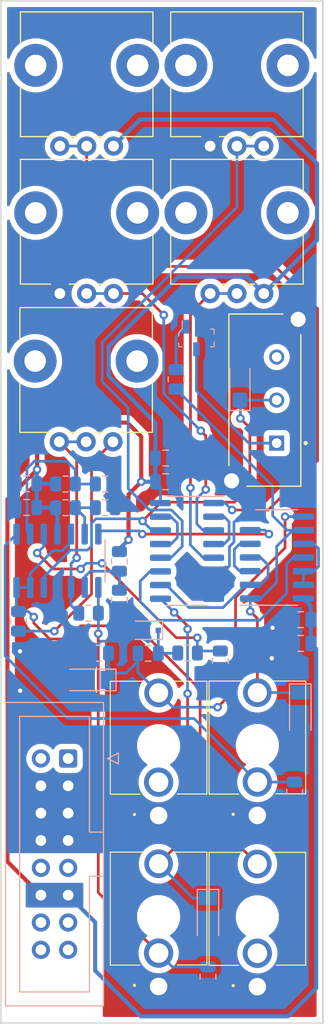
<source format=kicad_pcb>
(kicad_pcb (version 20171130) (host pcbnew 5.1.10-1.fc34)
  (layers (0 F.Cu signal) (31 B.Cu signal) (34 B.Paste user) (35 F.Paste user) (36 B.SilkS user) (37 F.SilkS user) (38 B.Mask user) (39 F.Mask user) (44 Edge.Cuts user))
  (net 0 "")
  (net 1 +5V)
  (net 2 GND)
  (net 3 "Net-(C7-Pad1)")
  (net 4 "Net-(C8-Pad1)")
  (net 5 GATE)
  (net 6 TRIG)
  (net 7 UP_DOWN)
  (net 8 "Net-(J1-Pad1)")
  (net 9 "Net-(J1-Pad9)")
  (net 10 "Net-(J1-Pad13)")
  (net 11 "Net-(J1-Pad15)")
  (net 12 "Net-(J1-Pad2)")
  (net 13 "Net-(J1-Pad10)")
  (net 14 "Net-(J1-Pad14)")
  (net 15 "Net-(J1-Pad16)")
  (net 16 "Net-(J2-Pad2)")
  (net 17 BUFF)
  (net 18 "Net-(J3-Pad2)")
  (net 19 "Net-(J4-Pad2)")
  (net 20 "Net-(J5-Pad2)")
  (net 21 "Net-(Q1-Pad3)")
  (net 22 "Net-(Q1-Pad1)")
  (net 23 "Net-(R1-Pad2)")
  (net 24 "Net-(R5-Pad1)")
  (net 25 "Net-(R7-Pad1)")
  (net 26 "Net-(R10-Pad2)")
  (net 27 "Net-(R11-Pad2)")
  (net 28 "Net-(R12-Pad2)")
  (net 29 "Net-(RV1-Pad1)")
  (net 30 "Net-(RV2-Pad1)")
  (net 31 "Net-(RV4-Pad2)")
  (net 32 "Net-(RV5-Pad2)")
  (net 33 "Net-(S1-Pad3)")
  (net 34 "Net-(U1-Pad7)")
  (net 35 "Net-(U2-Pad10)")
  (net 36 "Net-(U2-Pad11)")
  (net 37 "Net-(U2-Pad3)")
  (net 38 ATT_SUS)
  (net 39 "Net-(U3-Pad2)")
  (net 40 "Net-(U3-Pad13)")
  (module Capacitor_SMD:C_0805_2012Metric (layer B.Cu) (at 22.4 67.075 180)
    (fp_text reference C1)
    (fp_text value 0.1uF)
    (pad 1 smd roundrect (at -0.95 0 180) (size 1 1.45) (layers B.Cu B.Paste B.Mask) (net 1 +5V))
    (pad 2 smd roundrect (at 0.95 0 180) (size 1 1.45) (layers B.Cu B.Paste B.Mask) (net 2 GND))
  )
  (module Capacitor_SMD:C_0805_2012Metric (layer B.Cu) (at 35.35 64.685)
    (fp_text reference C2)
    (fp_text value 0.1uF)
    (pad 2 smd roundrect (at 0.95 0) (size 1 1.45) (layers B.Cu B.Paste B.Mask) (net 2 GND))
    (pad 1 smd roundrect (at -0.95 0) (size 1 1.45) (layers B.Cu B.Paste B.Mask) (net 1 +5V))
  )
  (module Capacitor_SMD:C_0805_2012Metric (layer B.Cu) (at 47.93 77.505 180)
    (fp_text reference C3)
    (fp_text value 0.1uF)
    (pad 2 smd roundrect (at 0.95 0 180) (size 1 1.45) (layers B.Cu B.Paste B.Mask) (net 2 GND))
    (pad 1 smd roundrect (at -0.95 0 180) (size 1 1.45) (layers B.Cu B.Paste B.Mask) (net 1 +5V))
  )
  (module Capacitor_SMD:C_0805_2012Metric (layer B.Cu) (at 22.4 64.875 180)
    (fp_text reference C4)
    (fp_text value 1uF)
    (pad 1 smd roundrect (at -0.95 0 180) (size 1 1.45) (layers B.Cu B.Paste B.Mask) (net 1 +5V))
    (pad 2 smd roundrect (at 0.95 0 180) (size 1 1.45) (layers B.Cu B.Paste B.Mask) (net 2 GND))
  )
  (module Capacitor_SMD:C_0805_2012Metric (layer B.Cu) (at 35.35 62.485)
    (fp_text reference C5)
    (fp_text value 1uF)
    (pad 2 smd roundrect (at 0.95 0) (size 1 1.45) (layers B.Cu B.Paste B.Mask) (net 2 GND))
    (pad 1 smd roundrect (at -0.95 0) (size 1 1.45) (layers B.Cu B.Paste B.Mask) (net 1 +5V))
  )
  (module Capacitor_SMD:C_0805_2012Metric (layer B.Cu) (at 47.93 79.705 180)
    (fp_text reference C6)
    (fp_text value 1uF)
    (pad 1 smd roundrect (at -0.95 0 180) (size 1 1.45) (layers B.Cu B.Paste B.Mask) (net 1 +5V))
    (pad 2 smd roundrect (at 0.95 0 180) (size 1 1.45) (layers B.Cu B.Paste B.Mask) (net 2 GND))
  )
  (module Capacitor_Tantalum_SMD:CP_EIA-3216-10_Kemet-I (layer B.Cu) (at 42.275 55.75 90)
    (fp_text reference C7)
    (fp_text value 10u)
    (pad 1 smd roundrect (at -1.35 0 90) (size 1.4 1.35) (layers B.Cu B.Paste B.Mask) (roundrect_rratio 0.185185) (net 3 "Net-(C7-Pad1)"))
    (pad 2 smd roundrect (at 1.35 0 90) (size 1.4 1.35) (layers B.Cu B.Paste B.Mask) (roundrect_rratio 0.185185) (net 2 GND))
  )
  (module Capacitor_SMD:C_0805_2012Metric (layer B.Cu) (at 33.725 80.625 180)
    (fp_text reference C8)
    (fp_text value 10n)
    (pad 1 smd roundrect (at -0.95 0 180) (size 1 1.45) (layers B.Cu B.Paste B.Mask) (net 4 "Net-(C8-Pad1)"))
    (pad 2 smd roundrect (at 0.95 0 180) (size 1 1.45) (layers B.Cu B.Paste B.Mask) (net 5 GATE))
  )
  (module Diode_SMD:D_SOD-323F (layer B.Cu) (at 33.57 78.49 180)
    (fp_text reference D1)
    (fp_text value 1N4148)
    (pad 1 smd rect (at -1.1 0 180) (size 0.5 0.5) (layers B.Cu B.Paste B.Mask) (net 4 "Net-(C8-Pad1)"))
    (pad 2 smd rect (at 1.1 0 180) (size 0.5 0.5) (layers B.Cu B.Paste B.Mask) (net 2 GND))
  )
  (module Diode_SMD:D_MiniMELF (layer B.Cu) (at 28.18 83.1 180)
    (fp_text reference D2)
    (fp_text value ZMM5V6)
    (pad 1 smd rect (at -1.75 0 180) (size 1.3 1.7) (layers B.Cu B.Paste B.Mask) (net 5 GATE))
    (pad 2 smd rect (at 1.75 0 180) (size 1.3 1.7) (layers B.Cu B.Paste B.Mask) (net 2 GND))
  )
  (module Diode_SMD:D_MiniMELF (layer B.Cu) (at 47.9 86.025 270)
    (fp_text reference D3)
    (fp_text value ZMM5V6)
    (pad 2 smd rect (at 1.75 0 270) (size 1.3 1.7) (layers B.Cu B.Paste B.Mask) (net 2 GND))
    (pad 1 smd rect (at -1.75 0 270) (size 1.3 1.7) (layers B.Cu B.Paste B.Mask) (net 6 TRIG))
  )
  (module Diode_SMD:D_MiniMELF (layer B.Cu) (at 39.3 105.125 270)
    (fp_text reference D4)
    (fp_text value ZMM5V6)
    (pad 1 smd rect (at -1.75 0 270) (size 1.3 1.7) (layers B.Cu B.Paste B.Mask) (net 7 UP_DOWN))
    (pad 2 smd rect (at 1.75 0 270) (size 1.3 1.7) (layers B.Cu B.Paste B.Mask) (net 2 GND))
  )
  (module Connector_IDC:IDC-Header_2x08_P2.54mm_Vertical (layer B.Cu) (at 26.275 90.4 180)
    (fp_text reference J1)
    (fp_text value PWR_Conn)
    (pad 1 thru_hole roundrect (at 0 0 180) (size 1.7 1.7) (drill 1) (layers *.Cu *.Mask) (roundrect_rratio 0.147059) (net 8 "Net-(J1-Pad1)"))
    (pad 3 thru_hole circle (at 0 -2.54 180) (size 1.7 1.7) (drill 1) (layers *.Cu *.Mask) (net 2 GND))
    (pad 5 thru_hole circle (at 0 -5.08 180) (size 1.7 1.7) (drill 1) (layers *.Cu *.Mask) (net 2 GND))
    (pad 7 thru_hole circle (at 0 -7.62 180) (size 1.7 1.7) (drill 1) (layers *.Cu *.Mask) (net 2 GND))
    (pad 9 thru_hole circle (at 0 -10.16 180) (size 1.7 1.7) (drill 1) (layers *.Cu *.Mask) (net 9 "Net-(J1-Pad9)"))
    (pad 11 thru_hole circle (at 0 -12.7 180) (size 1.7 1.7) (drill 1) (layers *.Cu *.Mask) (net 1 +5V))
    (pad 13 thru_hole circle (at 0 -15.24 180) (size 1.7 1.7) (drill 1) (layers *.Cu *.Mask) (net 10 "Net-(J1-Pad13)"))
    (pad 15 thru_hole circle (at 0 -17.78 180) (size 1.7 1.7) (drill 1) (layers *.Cu *.Mask) (net 11 "Net-(J1-Pad15)"))
    (pad 2 thru_hole circle (at 2.54 0 180) (size 1.7 1.7) (drill 1) (layers *.Cu *.Mask) (net 12 "Net-(J1-Pad2)"))
    (pad 4 thru_hole circle (at 2.54 -2.54 180) (size 1.7 1.7) (drill 1) (layers *.Cu *.Mask) (net 2 GND))
    (pad 6 thru_hole circle (at 2.54 -5.08 180) (size 1.7 1.7) (drill 1) (layers *.Cu *.Mask) (net 2 GND))
    (pad 8 thru_hole circle (at 2.54 -7.62 180) (size 1.7 1.7) (drill 1) (layers *.Cu *.Mask) (net 2 GND))
    (pad 10 thru_hole circle (at 2.54 -10.16 180) (size 1.7 1.7) (drill 1) (layers *.Cu *.Mask) (net 13 "Net-(J1-Pad10)"))
    (pad 12 thru_hole circle (at 2.54 -12.7 180) (size 1.7 1.7) (drill 1) (layers *.Cu *.Mask) (net 1 +5V))
    (pad 14 thru_hole circle (at 2.54 -15.24 180) (size 1.7 1.7) (drill 1) (layers *.Cu *.Mask) (net 14 "Net-(J1-Pad14)"))
    (pad 16 thru_hole circle (at 2.54 -17.78 180) (size 1.7 1.7) (drill 1) (layers *.Cu *.Mask) (net 15 "Net-(J1-Pad16)"))
  )
  (module PJ301M:PJ301M (layer F.Cu) (at 34.7 95.7)
    (fp_text reference J2)
    (fp_text value PJ-301M hide)
    (pad 1 thru_hole circle (at 0 0) (size 2.445 2.445) (drill 1.63) (layers *.Cu *.Mask) (net 2 GND))
    (pad 2 thru_hole circle (at 0 -3.1) (size 2.73 2.73) (drill 1.82) (layers *.Cu *.Mask) (net 16 "Net-(J2-Pad2)"))
    (pad 3 thru_hole circle (at 0 -11.4) (size 2.67 2.67) (drill 1.78) (layers *.Cu *.Mask) (net 5 GATE))
    (pad "" np_thru_hole circle (at 0 -6.48) (size 3 3) (drill 3) (layers *.Cu *.Mask F.SilkS))
  )
  (module PJ301M:PJ301M (layer F.Cu) (at 43.9 111.6)
    (fp_text reference J3)
    (fp_text value PJ-301M hide)
    (pad "" np_thru_hole circle (at 0 -6.48) (size 3 3) (drill 3) (layers *.Cu *.Mask F.SilkS))
    (pad 3 thru_hole circle (at 0 -11.4) (size 2.67 2.67) (drill 1.78) (layers *.Cu *.Mask) (net 17 BUFF))
    (pad 2 thru_hole circle (at 0 -3.1) (size 2.73 2.73) (drill 1.82) (layers *.Cu *.Mask) (net 18 "Net-(J3-Pad2)"))
    (pad 1 thru_hole circle (at 0 0) (size 2.445 2.445) (drill 1.63) (layers *.Cu *.Mask) (net 2 GND))
  )
  (module PJ301M:PJ301M (layer F.Cu) (at 43.9 95.685001)
    (fp_text reference J4)
    (fp_text value PJ-301M hide)
    (pad "" np_thru_hole circle (at 0 -6.48) (size 3 3) (drill 3) (layers *.Cu *.Mask F.SilkS))
    (pad 3 thru_hole circle (at 0 -11.4) (size 2.67 2.67) (drill 1.78) (layers *.Cu *.Mask) (net 6 TRIG))
    (pad 2 thru_hole circle (at 0 -3.1) (size 2.73 2.73) (drill 1.82) (layers *.Cu *.Mask) (net 19 "Net-(J4-Pad2)"))
    (pad 1 thru_hole circle (at 0 0) (size 2.445 2.445) (drill 1.63) (layers *.Cu *.Mask) (net 2 GND))
  )
  (module PJ301M:PJ301M (layer F.Cu) (at 34.7 111.58)
    (fp_text reference J5)
    (fp_text value PJ-301M hide)
    (pad 1 thru_hole circle (at 0 0) (size 2.445 2.445) (drill 1.63) (layers *.Cu *.Mask) (net 2 GND))
    (pad 2 thru_hole circle (at 0 -3.1) (size 2.73 2.73) (drill 1.82) (layers *.Cu *.Mask) (net 20 "Net-(J5-Pad2)"))
    (pad 3 thru_hole circle (at 0 -11.4) (size 2.67 2.67) (drill 1.78) (layers *.Cu *.Mask) (net 7 UP_DOWN))
    (pad "" np_thru_hole circle (at 0 -6.48) (size 3 3) (drill 3) (layers *.Cu *.Mask F.SilkS))
  )
  (module SOT-23-3:SOT-23-3 (layer B.Cu) (at 38.225 51.325 270)
    (fp_text reference Q1)
    (fp_text value SS8050)
    (pad 3 smd rect (at 1.05 0 270) (size 1.3 0.6) (layers B.Cu B.Paste B.Mask) (net 21 "Net-(Q1-Pad3)"))
    (pad 2 smd rect (at -1.05 -0.95 270) (size 1.3 0.6) (layers B.Cu B.Paste B.Mask) (net 2 GND))
    (pad 1 smd rect (at -1.05 0.95 270) (size 1.3 0.6) (layers B.Cu B.Paste B.Mask) (net 22 "Net-(Q1-Pad1)"))
  )
  (module Resistor_SMD:R_0805_2012Metric (layer B.Cu) (at 26.025 67.1)
    (fp_text reference R1)
    (fp_text value 1k)
    (pad 2 smd roundrect (at 0.9125 0) (size 1.025 1.4) (layers B.Cu B.Paste B.Mask) (roundrect_rratio 0.243902) (net 23 "Net-(R1-Pad2)"))
    (pad 1 smd roundrect (at -0.9125 0) (size 1.025 1.4) (layers B.Cu B.Paste B.Mask) (roundrect_rratio 0.243902) (net 1 +5V))
  )
  (module Resistor_SMD:R_0805_2012Metric (layer B.Cu) (at 29.725 67.1)
    (fp_text reference R2)
    (fp_text value 56k)
    (pad 1 smd roundrect (at -0.9125 0) (size 1.025 1.4) (layers B.Cu B.Paste B.Mask) (roundrect_rratio 0.243902) (net 23 "Net-(R1-Pad2)"))
    (pad 2 smd roundrect (at 0.9125 0) (size 1.025 1.4) (layers B.Cu B.Paste B.Mask) (roundrect_rratio 0.243902) (net 2 GND))
  )
  (module Resistor_SMD:R_0805_2012Metric (layer B.Cu) (at 36.33 55.17 90)
    (fp_text reference R3)
    (fp_text value 10k)
    (pad 1 smd roundrect (at -0.9125 0 90) (size 1.025 1.4) (layers B.Cu B.Paste B.Mask) (roundrect_rratio 0.243902) (net 6 TRIG))
    (pad 2 smd roundrect (at 0.9125 0 90) (size 1.025 1.4) (layers B.Cu B.Paste B.Mask) (roundrect_rratio 0.243902) (net 22 "Net-(Q1-Pad1)"))
  )
  (module Resistor_SMD:R_0805_2012Metric (layer B.Cu) (at 29.125 80.625 180)
    (fp_text reference R4)
    (fp_text value 100k)
    (pad 2 smd roundrect (at 0.9125 0 180) (size 1.025 1.4) (layers B.Cu B.Paste B.Mask) (roundrect_rratio 0.243902) (net 2 GND))
    (pad 1 smd roundrect (at -0.9125 0 180) (size 1.025 1.4) (layers B.Cu B.Paste B.Mask) (roundrect_rratio 0.243902) (net 5 GATE))
  )
  (module Resistor_SMD:R_0805_2012Metric (layer B.Cu) (at 37.4 80.6 180)
    (fp_text reference R5)
    (fp_text value 47k)
    (pad 1 smd roundrect (at -0.9125 0 180) (size 1.025 1.4) (layers B.Cu B.Paste B.Mask) (roundrect_rratio 0.243902) (net 24 "Net-(R5-Pad1)"))
    (pad 2 smd roundrect (at 0.9125 0 180) (size 1.025 1.4) (layers B.Cu B.Paste B.Mask) (roundrect_rratio 0.243902) (net 4 "Net-(C8-Pad1)"))
  )
  (module Resistor_SMD:R_0805_2012Metric (layer B.Cu) (at 40.45 81.325 270)
    (fp_text reference R6)
    (fp_text value 100k)
    (pad 2 smd roundrect (at 0.9125 0 270) (size 1.025 1.4) (layers B.Cu B.Paste B.Mask) (roundrect_rratio 0.243902) (net 2 GND))
    (pad 1 smd roundrect (at -0.9125 0 270) (size 1.025 1.4) (layers B.Cu B.Paste B.Mask) (roundrect_rratio 0.243902) (net 24 "Net-(R5-Pad1)"))
  )
  (module Resistor_SMD:R_0805_2012Metric (layer B.Cu) (at 29.725 64.9)
    (fp_text reference R7)
    (fp_text value 15k)
    (pad 2 smd roundrect (at 0.9125 0) (size 1.025 1.4) (layers B.Cu B.Paste B.Mask) (roundrect_rratio 0.243902) (net 2 GND))
    (pad 1 smd roundrect (at -0.9125 0) (size 1.025 1.4) (layers B.Cu B.Paste B.Mask) (roundrect_rratio 0.243902) (net 25 "Net-(R7-Pad1)"))
  )
  (module Resistor_SMD:R_0805_2012Metric (layer B.Cu) (at 26.025 64.9)
    (fp_text reference R8)
    (fp_text value 100k)
    (pad 1 smd roundrect (at -0.9125 0) (size 1.025 1.4) (layers B.Cu B.Paste B.Mask) (roundrect_rratio 0.243902) (net 1 +5V))
    (pad 2 smd roundrect (at 0.9125 0) (size 1.025 1.4) (layers B.Cu B.Paste B.Mask) (roundrect_rratio 0.243902) (net 25 "Net-(R7-Pad1)"))
  )
  (module Resistor_SMD:R_0805_2012Metric (layer B.Cu) (at 47.37 93.5 270)
    (fp_text reference R9)
    (fp_text value 100k)
    (pad 1 smd roundrect (at -0.9125 0 270) (size 1.025 1.4) (layers B.Cu B.Paste B.Mask) (roundrect_rratio 0.243902) (net 19 "Net-(J4-Pad2)"))
    (pad 2 smd roundrect (at 0.9125 0 270) (size 1.025 1.4) (layers B.Cu B.Paste B.Mask) (roundrect_rratio 0.243902) (net 2 GND))
  )
  (module Resistor_SMD:R_0805_2012Metric (layer B.Cu) (at 21.65 77.65 270)
    (fp_text reference R10)
    (fp_text value 1k)
    (pad 2 smd roundrect (at 0.9125 0 270) (size 1.025 1.4) (layers B.Cu B.Paste B.Mask) (roundrect_rratio 0.243902) (net 26 "Net-(R10-Pad2)"))
    (pad 1 smd roundrect (at -0.9125 0 270) (size 1.025 1.4) (layers B.Cu B.Paste B.Mask) (roundrect_rratio 0.243902) (net 17 BUFF))
  )
  (module Resistor_SMD:R_0805_2012Metric (layer B.Cu) (at 31.05 72.0875 270)
    (fp_text reference R11)
    (fp_text value 56k)
    (pad 1 smd roundrect (at -0.9125 0 270) (size 1.025 1.4) (layers B.Cu B.Paste B.Mask) (roundrect_rratio 0.243902) (net 1 +5V))
    (pad 2 smd roundrect (at 0.9125 0 270) (size 1.025 1.4) (layers B.Cu B.Paste B.Mask) (roundrect_rratio 0.243902) (net 27 "Net-(R11-Pad2)"))
  )
  (module Resistor_SMD:R_0805_2012Metric (layer B.Cu) (at 28.175 76.9 180)
    (fp_text reference R12)
    (fp_text value 12k)
    (pad 2 smd roundrect (at 0.9125 0 180) (size 1.025 1.4) (layers B.Cu B.Paste B.Mask) (roundrect_rratio 0.243902) (net 28 "Net-(R12-Pad2)"))
    (pad 1 smd roundrect (at -0.9125 0 180) (size 1.025 1.4) (layers B.Cu B.Paste B.Mask) (roundrect_rratio 0.243902) (net 20 "Net-(J5-Pad2)"))
  )
  (module Resistor_SMD:R_0805_2012Metric (layer B.Cu) (at 31.05 75.675 270)
    (fp_text reference R13)
    (fp_text value 56k)
    (pad 2 smd roundrect (at 0.9125 0 270) (size 1.025 1.4) (layers B.Cu B.Paste B.Mask) (roundrect_rratio 0.243902) (net 2 GND))
    (pad 1 smd roundrect (at -0.9125 0 270) (size 1.025 1.4) (layers B.Cu B.Paste B.Mask) (roundrect_rratio 0.243902) (net 27 "Net-(R11-Pad2)"))
  )
  (module Resistor_SMD:R_0805_2012Metric (layer B.Cu) (at 39.3 110.675 270)
    (fp_text reference R14)
    (fp_text value 100K)
    (pad 1 smd roundrect (at -0.9125 0 270) (size 1.025 1.4) (layers B.Cu B.Paste B.Mask) (roundrect_rratio 0.243902) (net 20 "Net-(J5-Pad2)"))
    (pad 2 smd roundrect (at 0.9125 0 270) (size 1.025 1.4) (layers B.Cu B.Paste B.Mask) (roundrect_rratio 0.243902) (net 2 GND))
  )
  (module Potentiometer_THT:Potentiometer_Alps_RK09L_Single_Vertical (layer F.Cu) (at 44.5 33.5 90)
    (fp_text reference RV1)
    (fp_text value 100k)
    (pad "" np_thru_hole circle (at 7.5 2.25 90) (size 4 4) (drill 2) (layers *.Cu *.Mask))
    (pad "" np_thru_hole circle (at 7.5 -7.25 90) (size 4 4) (drill 2) (layers *.Cu *.Mask))
    (pad 1 thru_hole circle (at 0 0 90) (size 1.8 1.8) (drill 1) (layers *.Cu *.Mask) (net 29 "Net-(RV1-Pad1)"))
    (pad 2 thru_hole circle (at 0 -2.5 90) (size 1.8 1.8) (drill 1) (layers *.Cu *.Mask) (net 29 "Net-(RV1-Pad1)"))
    (pad 3 thru_hole circle (at 0 -5 90) (size 1.8 1.8) (drill 1) (layers *.Cu *.Mask) (net 2 GND))
  )
  (module Potentiometer_THT:Potentiometer_Alps_RK09L_Single_Vertical (layer F.Cu) (at 30.5 47.2 90)
    (fp_text reference RV2)
    (fp_text value 50k)
    (pad 3 thru_hole circle (at 0 -5 90) (size 1.8 1.8) (drill 1) (layers *.Cu *.Mask) (net 2 GND))
    (pad 2 thru_hole circle (at 0 -2.5 90) (size 1.8 1.8) (drill 1) (layers *.Cu *.Mask) (net 30 "Net-(RV2-Pad1)"))
    (pad 1 thru_hole circle (at 0 0 90) (size 1.8 1.8) (drill 1) (layers *.Cu *.Mask) (net 30 "Net-(RV2-Pad1)"))
    (pad "" np_thru_hole circle (at 7.5 -7.25 90) (size 4 4) (drill 2) (layers *.Cu *.Mask))
    (pad "" np_thru_hole circle (at 7.5 2.25 90) (size 4 4) (drill 2) (layers *.Cu *.Mask))
  )
  (module Potentiometer_THT:Potentiometer_Alps_RK09L_Single_Vertical (layer F.Cu) (at 30.45 60.975 90)
    (fp_text reference RV3)
    (fp_text value 10k)
    (pad 3 thru_hole circle (at 0 -5 90) (size 1.8 1.8) (drill 1) (layers *.Cu *.Mask) (net 28 "Net-(R12-Pad2)"))
    (pad 2 thru_hole circle (at 0 -2.5 90) (size 1.8 1.8) (drill 1) (layers *.Cu *.Mask) (net 28 "Net-(R12-Pad2)"))
    (pad 1 thru_hole circle (at 0 0 90) (size 1.8 1.8) (drill 1) (layers *.Cu *.Mask) (net 26 "Net-(R10-Pad2)"))
    (pad "" np_thru_hole circle (at 7.5 -7.25 90) (size 4 4) (drill 2) (layers *.Cu *.Mask))
    (pad "" np_thru_hole circle (at 7.5 2.25 90) (size 4 4) (drill 2) (layers *.Cu *.Mask))
  )
  (module Potentiometer_THT:Potentiometer_Alps_RK09L_Single_Vertical (layer F.Cu) (at 30.5 33.5 90)
    (fp_text reference RV4)
    (fp_text value 100k)
    (pad 3 thru_hole circle (at 0 -5 90) (size 1.8 1.8) (drill 1) (layers *.Cu *.Mask) (net 31 "Net-(RV4-Pad2)"))
    (pad 2 thru_hole circle (at 0 -2.5 90) (size 1.8 1.8) (drill 1) (layers *.Cu *.Mask) (net 31 "Net-(RV4-Pad2)"))
    (pad 1 thru_hole circle (at 0 0 90) (size 1.8 1.8) (drill 1) (layers *.Cu *.Mask) (net 1 +5V))
    (pad "" np_thru_hole circle (at 7.5 -7.25 90) (size 4 4) (drill 2) (layers *.Cu *.Mask))
    (pad "" np_thru_hole circle (at 7.5 2.25 90) (size 4 4) (drill 2) (layers *.Cu *.Mask))
  )
  (module Potentiometer_THT:Potentiometer_Alps_RK09L_Single_Vertical (layer F.Cu) (at 44.5 47.2 90)
    (fp_text reference RV5)
    (fp_text value 50k)
    (pad "" np_thru_hole circle (at 7.5 2.25 90) (size 4 4) (drill 2) (layers *.Cu *.Mask))
    (pad "" np_thru_hole circle (at 7.5 -7.25 90) (size 4 4) (drill 2) (layers *.Cu *.Mask))
    (pad 1 thru_hole circle (at 0 0 90) (size 1.8 1.8) (drill 1) (layers *.Cu *.Mask) (net 1 +5V))
    (pad 2 thru_hole circle (at 0 -2.5 90) (size 1.8 1.8) (drill 1) (layers *.Cu *.Mask) (net 32 "Net-(RV5-Pad2)"))
    (pad 3 thru_hole circle (at 0 -5 90) (size 1.8 1.8) (drill 1) (layers *.Cu *.Mask) (net 32 "Net-(RV5-Pad2)"))
  )
  (module 1825255:SW_1825255-1 (layer F.Cu) (at 44.6 57.1 180)
    (fp_text reference S1)
    (fp_text value 1825255-1)
    (pad 1 thru_hole rect (at -1.1 -4 180) (size 1.41 1.41) (drill 0.902) (layers *.Cu *.Mask) (net 21 "Net-(Q1-Pad3)"))
    (pad 2 thru_hole circle (at -1.1 0 180) (size 1.41 1.41) (drill 0.902) (layers *.Cu *.Mask) (net 3 "Net-(C7-Pad1)"))
    (pad 3 thru_hole circle (at -1.1 4 180) (size 1.41 1.41) (drill 0.902) (layers *.Cu *.Mask) (net 33 "Net-(S1-Pad3)"))
    (pad S1 thru_hole circle (at 3.1 -7.5 180) (size 2.103 2.103) (drill 1.402) (layers *.Cu *.Mask) (net 2 GND))
    (pad S2 thru_hole circle (at -3.1 7.5 180) (size 2.103 2.103) (drill 1.402) (layers *.Cu *.Mask) (net 2 GND))
  )
  (module Package_SO:SOIC-14_3.9x8.7mm_P1.27mm (layer B.Cu) (at 25.275 72.025 270)
    (fp_text reference U1)
    (fp_text value LM324)
    (pad 1 smd roundrect (at -2.475 3.81 270) (size 1.95 0.6) (layers B.Cu B.Paste B.Mask) (net 19 "Net-(J4-Pad2)"))
    (pad 2 smd roundrect (at -2.475 2.54 270) (size 1.95 0.6) (layers B.Cu B.Paste B.Mask) (net 25 "Net-(R7-Pad1)"))
    (pad 3 smd roundrect (at -2.475 1.27 270) (size 1.95 0.6) (layers B.Cu B.Paste B.Mask) (net 24 "Net-(R5-Pad1)"))
    (pad 4 smd roundrect (at -2.475 0 270) (size 1.95 0.6) (layers B.Cu B.Paste B.Mask) (net 1 +5V))
    (pad 5 smd roundrect (at -2.475 -1.27 270) (size 1.95 0.6) (layers B.Cu B.Paste B.Mask) (net 17 BUFF))
    (pad 6 smd roundrect (at -2.475 -2.54 270) (size 1.95 0.6) (layers B.Cu B.Paste B.Mask) (net 23 "Net-(R1-Pad2)"))
    (pad 7 smd roundrect (at -2.475 -3.81 270) (size 1.95 0.6) (layers B.Cu B.Paste B.Mask) (net 34 "Net-(U1-Pad7)"))
    (pad 8 smd roundrect (at 2.475 -3.81 270) (size 1.95 0.6) (layers B.Cu B.Paste B.Mask) (net 20 "Net-(J5-Pad2)"))
    (pad 9 smd roundrect (at 2.475 -2.54 270) (size 1.95 0.6) (layers B.Cu B.Paste B.Mask) (net 27 "Net-(R11-Pad2)"))
    (pad 10 smd roundrect (at 2.475 -1.27 270) (size 1.95 0.6) (layers B.Cu B.Paste B.Mask) (net 28 "Net-(R12-Pad2)"))
    (pad 11 smd roundrect (at 2.475 0 270) (size 1.95 0.6) (layers B.Cu B.Paste B.Mask) (net 2 GND))
    (pad 12 smd roundrect (at 2.475 1.27 270) (size 1.95 0.6) (layers B.Cu B.Paste B.Mask) (net 3 "Net-(C7-Pad1)"))
    (pad 13 smd roundrect (at 2.475 2.54 270) (size 1.95 0.6) (layers B.Cu B.Paste B.Mask) (net 17 BUFF))
    (pad 14 smd roundrect (at 2.475 3.81 270) (size 1.95 0.6) (layers B.Cu B.Paste B.Mask) (net 17 BUFF))
  )
  (module Package_SO:SOIC-14_3.9x8.7mm_P1.27mm (layer B.Cu) (at 45.71 71.725)
    (fp_text reference U2)
    (fp_text value 4001)
    (pad 14 smd roundrect (at 2.475 3.81) (size 1.95 0.6) (layers B.Cu B.Paste B.Mask) (net 1 +5V))
    (pad 13 smd roundrect (at 2.475 2.54) (size 1.95 0.6) (layers B.Cu B.Paste B.Mask) (net 35 "Net-(U2-Pad10)"))
    (pad 12 smd roundrect (at 2.475 1.27) (size 1.95 0.6) (layers B.Cu B.Paste B.Mask) (net 35 "Net-(U2-Pad10)"))
    (pad 11 smd roundrect (at 2.475 0) (size 1.95 0.6) (layers B.Cu B.Paste B.Mask) (net 36 "Net-(U2-Pad11)"))
    (pad 10 smd roundrect (at 2.475 -1.27) (size 1.95 0.6) (layers B.Cu B.Paste B.Mask) (net 35 "Net-(U2-Pad10)"))
    (pad 9 smd roundrect (at 2.475 -2.54) (size 1.95 0.6) (layers B.Cu B.Paste B.Mask) (net 6 TRIG))
    (pad 8 smd roundrect (at 2.475 -3.81) (size 1.95 0.6) (layers B.Cu B.Paste B.Mask) (net 5 GATE))
    (pad 7 smd roundrect (at -2.475 -3.81) (size 1.95 0.6) (layers B.Cu B.Paste B.Mask) (net 2 GND))
    (pad 6 smd roundrect (at -2.475 -2.54) (size 1.95 0.6) (layers B.Cu B.Paste B.Mask) (net 34 "Net-(U1-Pad7)"))
    (pad 5 smd roundrect (at -2.475 -1.27) (size 1.95 0.6) (layers B.Cu B.Paste B.Mask) (net 37 "Net-(U2-Pad3)"))
    (pad 4 smd roundrect (at -2.475 0) (size 1.95 0.6) (layers B.Cu B.Paste B.Mask) (net 38 ATT_SUS))
    (pad 3 smd roundrect (at -2.475 1.27) (size 1.95 0.6) (layers B.Cu B.Paste B.Mask) (net 37 "Net-(U2-Pad3)"))
    (pad 2 smd roundrect (at -2.475 2.54) (size 1.95 0.6) (layers B.Cu B.Paste B.Mask) (net 38 ATT_SUS))
    (pad 1 smd roundrect (at -2.475 3.81) (size 1.95 0.6) (layers B.Cu B.Paste B.Mask) (net 6 TRIG))
  )
  (module Package_SO:SOIC-16_3.9x9.9mm_P1.27mm (layer B.Cu) (at 37.35 71.11 180)
    (fp_text reference U3)
    (fp_text value CD4053B)
    (pad 1 smd roundrect (at -2.475 4.445 180) (size 1.95 0.6) (layers B.Cu B.Paste B.Mask) (net 31 "Net-(RV4-Pad2)"))
    (pad 2 smd roundrect (at -2.475 3.175 180) (size 1.95 0.6) (layers B.Cu B.Paste B.Mask) (net 39 "Net-(U3-Pad2)"))
    (pad 3 smd roundrect (at -2.475 1.905 180) (size 1.95 0.6) (layers B.Cu B.Paste B.Mask) (net 30 "Net-(RV2-Pad1)"))
    (pad 4 smd roundrect (at -2.475 0.635 180) (size 1.95 0.6) (layers B.Cu B.Paste B.Mask) (net 39 "Net-(U3-Pad2)"))
    (pad 5 smd roundrect (at -2.475 -0.635 180) (size 1.95 0.6) (layers B.Cu B.Paste B.Mask) (net 32 "Net-(RV5-Pad2)"))
    (pad 6 smd roundrect (at -2.475 -1.905 180) (size 1.95 0.6) (layers B.Cu B.Paste B.Mask) (net 2 GND))
    (pad 7 smd roundrect (at -2.475 -3.175 180) (size 1.95 0.6) (layers B.Cu B.Paste B.Mask) (net 2 GND))
    (pad 8 smd roundrect (at -2.475 -4.445 180) (size 1.95 0.6) (layers B.Cu B.Paste B.Mask) (net 2 GND))
    (pad 9 smd roundrect (at 2.475 -4.445 180) (size 1.95 0.6) (layers B.Cu B.Paste B.Mask) (net 7 UP_DOWN))
    (pad 10 smd roundrect (at 2.475 -3.175 180) (size 1.95 0.6) (layers B.Cu B.Paste B.Mask) (net 38 ATT_SUS))
    (pad 11 smd roundrect (at 2.475 -1.905 180) (size 1.95 0.6) (layers B.Cu B.Paste B.Mask) (net 36 "Net-(U2-Pad11)"))
    (pad 12 smd roundrect (at 2.475 -0.635 180) (size 1.95 0.6) (layers B.Cu B.Paste B.Mask) (net 29 "Net-(RV1-Pad1)"))
    (pad 13 smd roundrect (at 2.475 0.635 180) (size 1.95 0.6) (layers B.Cu B.Paste B.Mask) (net 40 "Net-(U3-Pad13)"))
    (pad 14 smd roundrect (at 2.475 1.905 180) (size 1.95 0.6) (layers B.Cu B.Paste B.Mask) (net 3 "Net-(C7-Pad1)"))
    (pad 15 smd roundrect (at 2.475 3.175 180) (size 1.95 0.6) (layers B.Cu B.Paste B.Mask) (net 40 "Net-(U3-Pad13)"))
    (pad 16 smd roundrect (at 2.475 4.445 180) (size 1.95 0.6) (layers B.Cu B.Paste B.Mask) (net 1 +5V))
  )
  (gr_line (start 20 20) (end 20 115) (layer Edge.Cuts) (width 0.15))
  (gr_line (start 50 20) (end 20 20) (layer Edge.Cuts) (width 0.15))
  (gr_line (start 50 115) (end 50 20) (layer Edge.Cuts) (width 0.15))
  (gr_line (start 20 115) (end 50 115) (layer Edge.Cuts) (width 0.15))
  (segment (start 34.875 65.16) (end 34.4 64.685) (width 0.254) (layer B.Cu) (net 1))
  (segment (start 34.875 66.665) (end 34.875 65.16) (width 0.254) (layer B.Cu) (net 1))
  (segment (start 49.38 80.205) (end 48.88 79.705) (width 0.381) (layer B.Cu) (net 1))
  (segment (start 49.38 111.75) (end 49.38 80.205) (width 0.381) (layer B.Cu) (net 1))
  (segment (start 46.77 114.36) (end 49.38 111.75) (width 0.381) (layer B.Cu) (net 1))
  (segment (start 33.04 114.36) (end 46.77 114.36) (width 0.381) (layer B.Cu) (net 1))
  (segment (start 28.79 110.11) (end 33.04 114.36) (width 0.381) (layer B.Cu) (net 1))
  (segment (start 28.79 105.615) (end 28.79 110.11) (width 0.381) (layer B.Cu) (net 1))
  (segment (start 26.275 103.1) (end 28.79 105.615) (width 0.381) (layer B.Cu) (net 1))
  (segment (start 48.88 79.705) (end 48.88 77.505) (width 0.381) (layer B.Cu) (net 1))
  (segment (start 48.88 76.23) (end 48.185 75.535) (width 0.381) (layer B.Cu) (net 1))
  (segment (start 48.88 77.505) (end 48.88 76.23) (width 0.381) (layer B.Cu) (net 1))
  (segment (start 25.275 67.2625) (end 25.1125 67.1) (width 0.381) (layer B.Cu) (net 1))
  (segment (start 25.275 69.55) (end 25.275 67.2625) (width 0.381) (layer B.Cu) (net 1))
  (segment (start 23.375 67.1) (end 23.35 67.075) (width 0.381) (layer B.Cu) (net 1))
  (segment (start 25.1125 67.1) (end 23.375 67.1) (width 0.381) (layer B.Cu) (net 1))
  (segment (start 23.35 67.075) (end 23.35 64.875) (width 0.381) (layer B.Cu) (net 1))
  (segment (start 25.0875 64.875) (end 25.1125 64.9) (width 0.381) (layer B.Cu) (net 1))
  (segment (start 23.35 64.875) (end 25.0875 64.875) (width 0.381) (layer B.Cu) (net 1))
  (segment (start 34.4 64.685) (end 34.4 62.485) (width 0.381) (layer B.Cu) (net 1))
  (segment (start 30.05 54.86) (end 34.4 59.21) (width 0.381) (layer B.Cu) (net 1))
  (segment (start 30.05 52.13) (end 30.05 54.86) (width 0.381) (layer B.Cu) (net 1))
  (segment (start 36.54 45.64) (end 30.05 52.13) (width 0.381) (layer B.Cu) (net 1))
  (segment (start 34.4 59.21) (end 34.4 62.485) (width 0.381) (layer B.Cu) (net 1))
  (segment (start 42.94 45.64) (end 36.54 45.64) (width 0.381) (layer B.Cu) (net 1))
  (segment (start 44.5 47.2) (end 42.94 45.64) (width 0.381) (layer B.Cu) (net 1))
  (segment (start 49.46 42.24) (end 44.5 47.2) (width 0.381) (layer B.Cu) (net 1))
  (segment (start 49.46 35.12) (end 49.46 42.24) (width 0.381) (layer B.Cu) (net 1))
  (segment (start 45.37 31.03) (end 49.46 35.12) (width 0.381) (layer B.Cu) (net 1))
  (segment (start 32.97 31.03) (end 45.37 31.03) (width 0.381) (layer B.Cu) (net 1))
  (segment (start 30.5 33.5) (end 32.97 31.03) (width 0.381) (layer B.Cu) (net 1))
  (segment (start 34.4 64.685) (end 33.085 64.685) (width 0.381) (layer B.Cu) (net 1))
  (segment (start 33.085 64.685) (end 33.085 64.685) (width 0.381) (layer B.Cu) (net 1))
  (via (at 33.085 64.685) (size 0.8) (drill 0.4) (layers F.Cu B.Cu) (net 1))
  (via (at 23.38 63.550002) (size 0.8) (drill 0.4) (layers F.Cu B.Cu) (net 1))
  (segment (start 20.62 66.310002) (end 23.38 63.550002) (width 0.381) (layer F.Cu) (net 1))
  (segment (start 20.62 99.985) (end 20.62 66.310002) (width 0.381) (layer F.Cu) (net 1))
  (segment (start 23.735 103.1) (end 20.62 99.985) (width 0.381) (layer F.Cu) (net 1))
  (segment (start 23.35 64.875) (end 23.35 63.580002) (width 0.381) (layer B.Cu) (net 1))
  (segment (start 23.35 63.580002) (end 23.38 63.550002) (width 0.381) (layer B.Cu) (net 1))
  (segment (start 23.38 60.66) (end 23.38 63.550002) (width 0.381) (layer F.Cu) (net 1))
  (segment (start 24.85 59.19) (end 23.38 60.66) (width 0.381) (layer F.Cu) (net 1))
  (segment (start 31.78 59.19) (end 24.85 59.19) (width 0.381) (layer F.Cu) (net 1))
  (segment (start 33.085 60.495) (end 31.78 59.19) (width 0.381) (layer F.Cu) (net 1))
  (segment (start 33.085 64.685) (end 33.085 60.495) (width 0.381) (layer F.Cu) (net 1))
  (via (at 31.9 70.08) (size 0.8) (drill 0.4) (layers F.Cu B.Cu) (net 1))
  (segment (start 33.085 64.685) (end 31.9 65.87) (width 0.381) (layer F.Cu) (net 1))
  (segment (start 31.9 65.87) (end 31.9 70.08) (width 0.381) (layer F.Cu) (net 1))
  (segment (start 31.05 71.175) (end 31.05 70.93) (width 0.381) (layer B.Cu) (net 1))
  (segment (start 31.05 70.93) (end 31.9 70.08) (width 0.381) (layer B.Cu) (net 1))
  (segment (start 43.24 67.91) (end 43.235 67.915) (width 0.508) (layer B.Cu) (net 2))
  (segment (start 42.26 67.915) (end 43.235 67.915) (width 0.254) (layer B.Cu) (net 2))
  (segment (start 41.72 68.455) (end 42.26 67.915) (width 0.254) (layer B.Cu) (net 2))
  (segment (start 41.72 70.3) (end 41.72 68.455) (width 0.254) (layer B.Cu) (net 2))
  (segment (start 41.3 70.72) (end 41.72 70.3) (width 0.254) (layer B.Cu) (net 2))
  (segment (start 41.3 72.515) (end 41.3 70.72) (width 0.254) (layer B.Cu) (net 2))
  (segment (start 40.8 73.015) (end 41.3 72.515) (width 0.254) (layer B.Cu) (net 2))
  (segment (start 39.825 73.015) (end 40.8 73.015) (width 0.254) (layer B.Cu) (net 2))
  (segment (start 29.3375 79.5) (end 28.2125 80.625) (width 0.25) (layer B.Cu) (net 2))
  (segment (start 31.46 79.5) (end 29.3375 79.5) (width 0.25) (layer B.Cu) (net 2))
  (segment (start 32.47 78.49) (end 31.46 79.5) (width 0.25) (layer B.Cu) (net 2))
  (via (at 21.81 84.1) (size 0.8) (drill 0.4) (layers F.Cu B.Cu) (net 2))
  (via (at 21.79 80.44) (size 0.8) (drill 0.4) (layers F.Cu B.Cu) (net 2))
  (via (at 45.31 78.25) (size 0.8) (drill 0.4) (layers F.Cu B.Cu) (net 2))
  (via (at 45.25 81.09) (size 0.8) (drill 0.4) (layers F.Cu B.Cu) (net 2))
  (segment (start 45.7 57.1) (end 42.275 57.1) (width 0.254) (layer B.Cu) (net 3))
  (segment (start 42.32 58.8) (end 42.32 58.8) (width 0.254) (layer F.Cu) (net 3))
  (via (at 42.32 58.8) (size 0.8) (drill 0.4) (layers F.Cu B.Cu) (net 3))
  (segment (start 42.32 57.145) (end 42.275 57.1) (width 0.254) (layer B.Cu) (net 3))
  (segment (start 42.32 58.8) (end 42.32 57.145) (width 0.254) (layer B.Cu) (net 3))
  (via (at 33.209972 68.34) (size 0.8) (drill 0.4) (layers F.Cu B.Cu) (net 3))
  (segment (start 24.005 74.5) (end 24.005 73.525) (width 0.25) (layer B.Cu) (net 3))
  (segment (start 41.775001 66.584999) (end 34.964973 66.584999) (width 0.25) (layer F.Cu) (net 3))
  (segment (start 43.2 59.68) (end 43.2 65.16) (width 0.25) (layer F.Cu) (net 3))
  (segment (start 28.45 68.538232) (end 28.858231 68.130001) (width 0.25) (layer B.Cu) (net 3))
  (segment (start 28.45 70.67) (end 28.45 68.538232) (width 0.25) (layer B.Cu) (net 3))
  (segment (start 28.085001 71.034999) (end 28.45 70.67) (width 0.25) (layer B.Cu) (net 3))
  (segment (start 26.495001 71.034999) (end 28.085001 71.034999) (width 0.25) (layer B.Cu) (net 3))
  (segment (start 43.2 65.16) (end 41.775001 66.584999) (width 0.25) (layer F.Cu) (net 3))
  (segment (start 24.005 73.525) (end 26.495001 71.034999) (width 0.25) (layer B.Cu) (net 3))
  (segment (start 28.858231 68.130001) (end 32.999973 68.130001) (width 0.25) (layer B.Cu) (net 3))
  (segment (start 42.32 58.8) (end 43.2 59.68) (width 0.25) (layer F.Cu) (net 3))
  (segment (start 34.074972 69.205) (end 33.209972 68.34) (width 0.25) (layer B.Cu) (net 3))
  (segment (start 34.875 69.205) (end 34.074972 69.205) (width 0.25) (layer B.Cu) (net 3))
  (segment (start 34.964973 66.584999) (end 33.209972 68.34) (width 0.25) (layer F.Cu) (net 3))
  (segment (start 34.67 80.62) (end 34.675 80.625) (width 0.254) (layer B.Cu) (net 4))
  (segment (start 34.67 78.49) (end 34.67 80.62) (width 0.254) (layer B.Cu) (net 4))
  (segment (start 36.4625 80.625) (end 36.4875 80.6) (width 0.254) (layer B.Cu) (net 4))
  (segment (start 34.675 80.625) (end 36.4625 80.625) (width 0.254) (layer B.Cu) (net 4))
  (segment (start 29.93 80.7325) (end 30.0375 80.625) (width 0.254) (layer B.Cu) (net 5))
  (segment (start 29.93 83.1) (end 29.93 80.7325) (width 0.254) (layer B.Cu) (net 5))
  (segment (start 32.775 82.375) (end 32.775 80.625) (width 0.254) (layer B.Cu) (net 5))
  (segment (start 34.7 84.3) (end 32.775 82.375) (width 0.254) (layer B.Cu) (net 5))
  (segment (start 36.034999 85.634999) (end 40.194999 85.634999) (width 0.254) (layer B.Cu) (net 5))
  (segment (start 34.7 84.3) (end 36.034999 85.634999) (width 0.254) (layer B.Cu) (net 5))
  (segment (start 40.194999 85.634999) (end 40.194999 85.634999) (width 0.254) (layer B.Cu) (net 5))
  (via (at 40.194999 85.634999) (size 0.8) (drill 0.4) (layers F.Cu B.Cu) (net 5))
  (segment (start 46.48 67.93) (end 46.47 67.93) (width 0.254) (layer F.Cu) (net 5))
  (via (at 46.48 67.93) (size 0.8) (drill 0.4) (layers F.Cu B.Cu) (net 5))
  (segment (start 48.17 67.93) (end 48.185 67.915) (width 0.254) (layer B.Cu) (net 5))
  (segment (start 46.48 67.93) (end 48.17 67.93) (width 0.254) (layer B.Cu) (net 5))
  (segment (start 46.48 70.83) (end 46.48 67.93) (width 0.254) (layer F.Cu) (net 5))
  (segment (start 41.87 75.44) (end 46.48 70.83) (width 0.254) (layer F.Cu) (net 5))
  (segment (start 41.87 83.959998) (end 41.87 75.44) (width 0.254) (layer F.Cu) (net 5))
  (segment (start 40.194999 85.634999) (end 41.87 83.959998) (width 0.254) (layer F.Cu) (net 5))
  (segment (start 31.667658 82.457342) (end 32.775 81.35) (width 0.254) (layer B.Cu) (net 5))
  (segment (start 30.0375 81.963857) (end 30.530985 82.457342) (width 0.254) (layer B.Cu) (net 5))
  (segment (start 30.530985 82.457342) (end 31.667658 82.457342) (width 0.254) (layer B.Cu) (net 5))
  (segment (start 30.0375 80.625) (end 30.0375 81.963857) (width 0.254) (layer B.Cu) (net 5))
  (segment (start 32.775 81.35) (end 32.775 80.625) (width 0.254) (layer B.Cu) (net 5))
  (segment (start 44.21 75.535) (end 43.235 75.535) (width 0.254) (layer B.Cu) (net 6))
  (segment (start 45.7 74.045) (end 44.21 75.535) (width 0.254) (layer B.Cu) (net 6))
  (segment (start 45.7 70.695) (end 45.7 74.045) (width 0.254) (layer B.Cu) (net 6))
  (segment (start 47.21 69.185) (end 45.7 70.695) (width 0.254) (layer B.Cu) (net 6))
  (segment (start 48.185 69.185) (end 47.21 69.185) (width 0.254) (layer B.Cu) (net 6))
  (segment (start 43.910001 84.275) (end 43.9 84.285001) (width 0.254) (layer B.Cu) (net 6))
  (segment (start 47.9 84.275) (end 43.910001 84.275) (width 0.254) (layer B.Cu) (net 6))
  (segment (start 45.33 65.0825) (end 36.33 56.0825) (width 0.25) (layer B.Cu) (net 6))
  (segment (start 45.33 67.853002) (end 45.33 65.0825) (width 0.25) (layer B.Cu) (net 6))
  (segment (start 46.661998 69.185) (end 45.33 67.853002) (width 0.25) (layer B.Cu) (net 6))
  (segment (start 48.185 69.185) (end 46.661998 69.185) (width 0.25) (layer B.Cu) (net 6))
  (via (at 43.24 76.73) (size 0.8) (drill 0.4) (layers F.Cu B.Cu) (net 6))
  (segment (start 43.9 84.285001) (end 43.9 77.39) (width 0.254) (layer F.Cu) (net 6))
  (segment (start 43.9 77.39) (end 43.24 76.73) (width 0.254) (layer F.Cu) (net 6))
  (segment (start 43.235 75.535) (end 43.235 76.725) (width 0.254) (layer B.Cu) (net 6))
  (segment (start 43.235 76.725) (end 43.24 76.73) (width 0.254) (layer B.Cu) (net 6))
  (segment (start 37.895 103.375) (end 34.7 100.18) (width 0.254) (layer B.Cu) (net 7))
  (segment (start 39.3 103.375) (end 37.895 103.375) (width 0.254) (layer B.Cu) (net 7))
  (segment (start 34.7 100.18) (end 37.4 97.48) (width 0.254) (layer F.Cu) (net 7))
  (segment (start 37.4 97.48) (end 37.4 84.37) (width 0.254) (layer F.Cu) (net 7))
  (segment (start 37.4 84.37) (end 37.4 84.37) (width 0.254) (layer F.Cu) (net 7))
  (via (at 37.4 84.37) (size 0.8) (drill 0.4) (layers F.Cu B.Cu) (net 7))
  (segment (start 37.4 78.15) (end 37.4 78.15) (width 0.254) (layer B.Cu) (net 7))
  (via (at 36.15 76.83) (size 0.8) (drill 0.4) (layers F.Cu B.Cu) (net 7))
  (segment (start 34.875 75.555) (end 36.15 76.83) (width 0.254) (layer B.Cu) (net 7))
  (via (at 37.400004 78.38) (size 0.8) (drill 0.4) (layers F.Cu B.Cu) (net 7))
  (segment (start 37.4 84.37) (end 37.4 78.380004) (width 0.254) (layer B.Cu) (net 7))
  (segment (start 37.4 78.380004) (end 37.400004 78.38) (width 0.254) (layer B.Cu) (net 7))
  (segment (start 36.15 76.83) (end 37.400004 78.080004) (width 0.254) (layer F.Cu) (net 7))
  (segment (start 37.400004 78.080004) (end 37.400004 78.38) (width 0.254) (layer F.Cu) (net 7))
  (segment (start 21.465 74.5) (end 22.735 74.5) (width 0.254) (layer B.Cu) (net 17))
  (segment (start 21.465 76.5525) (end 21.65 76.7375) (width 0.254) (layer B.Cu) (net 17))
  (segment (start 21.465 74.5) (end 21.465 76.5525) (width 0.254) (layer B.Cu) (net 17))
  (via (at 23.07 77.25) (size 0.8) (drill 0.4) (layers F.Cu B.Cu) (net 17))
  (segment (start 21.65 76.7375) (end 22.5575 76.7375) (width 0.254) (layer B.Cu) (net 17))
  (segment (start 22.5575 76.7375) (end 23.07 77.25) (width 0.254) (layer B.Cu) (net 17))
  (segment (start 26.545 70.285) (end 26.545 69.55) (width 0.254) (layer B.Cu) (net 17))
  (segment (start 24.845 71.1) (end 25.73 71.1) (width 0.254) (layer B.Cu) (net 17))
  (segment (start 25.73 71.1) (end 26.545 70.285) (width 0.254) (layer B.Cu) (net 17))
  (segment (start 22.735 73.21) (end 24.845 71.1) (width 0.254) (layer B.Cu) (net 17))
  (segment (start 22.735 74.5) (end 22.735 73.21) (width 0.254) (layer B.Cu) (net 17))
  (segment (start 32.642998 78.072998) (end 27.427002 78.072998) (width 0.254) (layer F.Cu) (net 17))
  (segment (start 26.202998 79.297002) (end 24.551317 79.297002) (width 0.254) (layer F.Cu) (net 17))
  (segment (start 43.9 100.2) (end 38.57 94.87) (width 0.254) (layer F.Cu) (net 17))
  (segment (start 38.57 94.87) (end 38.57 84) (width 0.254) (layer F.Cu) (net 17))
  (segment (start 24.551317 79.297002) (end 23.07 77.815685) (width 0.254) (layer F.Cu) (net 17))
  (segment (start 23.07 77.815685) (end 23.07 77.25) (width 0.254) (layer F.Cu) (net 17))
  (segment (start 27.427002 78.072998) (end 26.202998 79.297002) (width 0.254) (layer F.Cu) (net 17))
  (segment (start 38.57 84) (end 32.642998 78.072998) (width 0.254) (layer F.Cu) (net 17))
  (segment (start 43.902499 92.5875) (end 43.9 92.585001) (width 0.254) (layer B.Cu) (net 19))
  (segment (start 47.37 92.5875) (end 43.902499 92.5875) (width 0.254) (layer B.Cu) (net 19))
  (segment (start 20.40201 70.61299) (end 21.465 69.55) (width 0.254) (layer B.Cu) (net 19))
  (segment (start 20.40201 80.86201) (end 20.40201 70.61299) (width 0.254) (layer B.Cu) (net 19))
  (segment (start 26.23 86.69) (end 20.40201 80.86201) (width 0.254) (layer B.Cu) (net 19))
  (segment (start 38.004999 86.69) (end 26.23 86.69) (width 0.254) (layer B.Cu) (net 19))
  (segment (start 43.9 92.585001) (end 38.004999 86.69) (width 0.254) (layer B.Cu) (net 19))
  (segment (start 29.085 76.8975) (end 29.0875 76.9) (width 0.254) (layer B.Cu) (net 20))
  (segment (start 29.085 74.5) (end 29.085 76.8975) (width 0.254) (layer B.Cu) (net 20))
  (segment (start 35.9825 109.7625) (end 34.7 108.48) (width 0.254) (layer B.Cu) (net 20))
  (segment (start 39.3 109.7625) (end 35.9825 109.7625) (width 0.254) (layer B.Cu) (net 20))
  (segment (start 29.0875 78.792502) (end 29.080002 78.8) (width 0.254) (layer B.Cu) (net 20))
  (via (at 29.080002 78.8) (size 0.8) (drill 0.4) (layers F.Cu B.Cu) (net 20))
  (segment (start 29.0875 76.9) (end 29.0875 78.792502) (width 0.254) (layer B.Cu) (net 20))
  (segment (start 29.080002 102.860002) (end 29.080002 78.8) (width 0.254) (layer F.Cu) (net 20))
  (segment (start 34.7 108.48) (end 29.080002 102.860002) (width 0.254) (layer F.Cu) (net 20))
  (segment (start 38.225 56.225) (end 38.225 52.375) (width 0.254) (layer B.Cu) (net 21))
  (segment (start 43.1 61.1) (end 38.225 56.225) (width 0.254) (layer B.Cu) (net 21))
  (segment (start 45.7 61.1) (end 43.1 61.1) (width 0.254) (layer B.Cu) (net 21))
  (segment (start 36.33 51.22) (end 37.275 50.275) (width 0.254) (layer B.Cu) (net 22))
  (segment (start 36.33 54.2575) (end 36.33 51.22) (width 0.254) (layer B.Cu) (net 22))
  (segment (start 28.8125 67.1) (end 26.9375 67.1) (width 0.254) (layer B.Cu) (net 23))
  (segment (start 27.815 67.9775) (end 27.815 69.55) (width 0.254) (layer B.Cu) (net 23))
  (segment (start 26.9375 67.1) (end 27.815 67.9775) (width 0.254) (layer B.Cu) (net 23))
  (segment (start 38.5 80.4125) (end 38.3125 80.6) (width 0.254) (layer B.Cu) (net 24))
  (segment (start 40.45 80.4125) (end 38.5 80.4125) (width 0.254) (layer B.Cu) (net 24))
  (segment (start 38.3125 80.6) (end 38.31 79.18) (width 0.25) (layer B.Cu) (net 24))
  (segment (start 38.31 79.18) (end 38.3125 79.18) (width 0.25) (layer B.Cu) (net 24))
  (via (at 38.31 79.18) (size 0.8) (drill 0.4) (layers F.Cu B.Cu) (net 24))
  (via (at 29.43 72.26) (size 0.8) (drill 0.4) (layers F.Cu B.Cu) (net 24))
  (segment (start 38.31 79.18) (end 36.35 79.18) (width 0.25) (layer F.Cu) (net 24))
  (segment (start 36.35 79.18) (end 29.43 72.26) (width 0.25) (layer F.Cu) (net 24))
  (segment (start 23.39 71.31) (end 23.39 71.31) (width 0.25) (layer F.Cu) (net 24))
  (via (at 23.39 71.31) (size 0.8) (drill 0.4) (layers F.Cu B.Cu) (net 24))
  (segment (start 24.005 70.695) (end 23.39 71.31) (width 0.25) (layer B.Cu) (net 24))
  (segment (start 24.005 69.55) (end 24.005 70.695) (width 0.25) (layer B.Cu) (net 24))
  (via (at 27.44 72.79) (size 0.8) (drill 0.4) (layers F.Cu B.Cu) (net 24))
  (segment (start 29.43 72.26) (end 27.97 72.26) (width 0.25) (layer B.Cu) (net 24))
  (segment (start 27.97 72.26) (end 27.44 72.79) (width 0.25) (layer B.Cu) (net 24))
  (segment (start 23.39 71.31) (end 24.87 72.79) (width 0.25) (layer F.Cu) (net 24))
  (segment (start 24.87 72.79) (end 27.44 72.79) (width 0.25) (layer F.Cu) (net 24))
  (segment (start 28.8125 64.9) (end 26.9375 64.9) (width 0.254) (layer B.Cu) (net 25))
  (segment (start 22.435 69.25) (end 22.735 69.55) (width 0.254) (layer B.Cu) (net 25))
  (segment (start 22.435 63.465) (end 22.435 69.25) (width 0.254) (layer B.Cu) (net 25))
  (segment (start 23.117001 62.782999) (end 22.435 63.465) (width 0.254) (layer B.Cu) (net 25))
  (segment (start 26.152999 62.782999) (end 23.117001 62.782999) (width 0.254) (layer B.Cu) (net 25))
  (segment (start 26.9375 63.5675) (end 26.152999 62.782999) (width 0.254) (layer B.Cu) (net 25))
  (segment (start 26.9375 64.9) (end 26.9375 63.5675) (width 0.254) (layer B.Cu) (net 25))
  (segment (start 24.9825 78.5625) (end 24.99 78.57) (width 0.254) (layer B.Cu) (net 26))
  (segment (start 28.45 75.11) (end 24.99 78.57) (width 0.254) (layer F.Cu) (net 26))
  (segment (start 30.45 60.975) (end 28.45 62.975) (width 0.254) (layer F.Cu) (net 26))
  (segment (start 21.65 78.5625) (end 24.9825 78.5625) (width 0.254) (layer B.Cu) (net 26))
  (segment (start 28.45 62.975) (end 28.45 75.11) (width 0.254) (layer F.Cu) (net 26))
  (via (at 24.99 78.57) (size 0.8) (drill 0.4) (layers F.Cu B.Cu) (net 26))
  (segment (start 27.815 73.525) (end 28.34 73) (width 0.254) (layer B.Cu) (net 27))
  (segment (start 28.34 73) (end 31.05 73) (width 0.254) (layer B.Cu) (net 27))
  (segment (start 27.815 74.5) (end 27.815 73.525) (width 0.254) (layer B.Cu) (net 27))
  (segment (start 31.05 74.7625) (end 31.05 73) (width 0.254) (layer B.Cu) (net 27))
  (segment (start 26.545 76.1825) (end 27.2625 76.9) (width 0.254) (layer B.Cu) (net 28))
  (segment (start 26.545 74.5) (end 26.545 76.1825) (width 0.254) (layer B.Cu) (net 28))
  (segment (start 25.45 60.975) (end 27.95 60.975) (width 0.254) (layer B.Cu) (net 28))
  (via (at 27.07 71.76) (size 0.8) (drill 0.4) (layers F.Cu B.Cu) (net 28))
  (segment (start 26.545 74.5) (end 26.545 72.285) (width 0.254) (layer B.Cu) (net 28))
  (segment (start 26.545 72.285) (end 27.07 71.76) (width 0.254) (layer B.Cu) (net 28))
  (segment (start 25.45 60.975) (end 27.07 62.595) (width 0.254) (layer F.Cu) (net 28))
  (segment (start 27.07 62.595) (end 27.07 71.76) (width 0.254) (layer F.Cu) (net 28))
  (segment (start 42 33.5) (end 44.5 33.5) (width 0.254) (layer B.Cu) (net 29))
  (segment (start 36.902009 70.692991) (end 35.85 71.745) (width 0.25) (layer B.Cu) (net 29))
  (segment (start 35.85 71.745) (end 34.875 71.745) (width 0.25) (layer B.Cu) (net 29))
  (segment (start 35.896758 67.30999) (end 36.902009 68.315241) (width 0.25) (layer B.Cu) (net 29))
  (segment (start 36.902009 68.315241) (end 36.902009 70.692991) (width 0.25) (layer B.Cu) (net 29))
  (segment (start 33.853242 67.30999) (end 35.896758 67.30999) (width 0.25) (layer B.Cu) (net 29))
  (segment (start 29.45 55.39) (end 31.87 57.81) (width 0.25) (layer B.Cu) (net 29))
  (segment (start 29.45 51.73) (end 29.45 55.39) (width 0.25) (layer B.Cu) (net 29))
  (segment (start 31.87 57.81) (end 31.87 65.326748) (width 0.25) (layer B.Cu) (net 29))
  (segment (start 42 39.18) (end 29.45 51.73) (width 0.25) (layer B.Cu) (net 29))
  (segment (start 31.87 65.326748) (end 33.853242 67.30999) (width 0.25) (layer B.Cu) (net 29))
  (segment (start 42 33.5) (end 42 39.18) (width 0.25) (layer B.Cu) (net 29))
  (segment (start 28 47.2) (end 30.5 47.2) (width 0.254) (layer B.Cu) (net 30))
  (via (at 39.09 65.41) (size 0.8) (drill 0.4) (layers F.Cu B.Cu) (net 30))
  (segment (start 39.825 69.205) (end 38.85 69.205) (width 0.25) (layer B.Cu) (net 30))
  (segment (start 38.85 69.205) (end 38.26 68.615) (width 0.25) (layer B.Cu) (net 30))
  (segment (start 38.26 68.615) (end 38.26 66.24) (width 0.25) (layer B.Cu) (net 30))
  (segment (start 38.26 66.24) (end 39.09 65.41) (width 0.25) (layer B.Cu) (net 30))
  (segment (start 39.09 65.41) (end 39.09 60.41) (width 0.25) (layer F.Cu) (net 30))
  (segment (start 39.09 60.41) (end 38.63 59.95) (width 0.25) (layer F.Cu) (net 30))
  (segment (start 38.63 59.95) (end 38.63 59.95) (width 0.25) (layer F.Cu) (net 30))
  (via (at 38.63 59.95) (size 0.8) (drill 0.4) (layers F.Cu B.Cu) (net 30))
  (via (at 35.18 49.19) (size 0.8) (drill 0.4) (layers F.Cu B.Cu) (net 30))
  (segment (start 38.63 59.95) (end 35.18 56.5) (width 0.25) (layer B.Cu) (net 30))
  (segment (start 35.18 56.5) (end 35.18 49.19) (width 0.25) (layer B.Cu) (net 30))
  (segment (start 30.5 47.2) (end 33.19 47.2) (width 0.25) (layer F.Cu) (net 30))
  (segment (start 33.19 47.2) (end 35.18 49.19) (width 0.25) (layer F.Cu) (net 30))
  (segment (start 28 33.5) (end 25.5 33.5) (width 0.254) (layer B.Cu) (net 31))
  (via (at 41.54 67.31) (size 0.8) (drill 0.4) (layers F.Cu B.Cu) (net 31))
  (segment (start 39.825 66.665) (end 40.895 66.665) (width 0.25) (layer B.Cu) (net 31))
  (segment (start 40.895 66.665) (end 41.54 67.31) (width 0.25) (layer B.Cu) (net 31))
  (segment (start 44.92 67.31) (end 41.54 67.31) (width 0.25) (layer F.Cu) (net 31))
  (segment (start 49.51 62.72) (end 44.92 67.31) (width 0.25) (layer F.Cu) (net 31))
  (segment (start 49.51 48.62) (end 49.51 62.72) (width 0.25) (layer F.Cu) (net 31))
  (segment (start 45.57 44.68) (end 49.51 48.62) (width 0.25) (layer F.Cu) (net 31))
  (segment (start 32.03 44.68) (end 45.57 44.68) (width 0.25) (layer F.Cu) (net 31))
  (segment (start 28 40.65) (end 32.03 44.68) (width 0.25) (layer F.Cu) (net 31))
  (segment (start 28 33.5) (end 28 40.65) (width 0.25) (layer F.Cu) (net 31))
  (via (at 37.67 65.25) (size 0.8) (drill 0.4) (layers F.Cu B.Cu) (net 32))
  (segment (start 39.5 47.2) (end 42 47.2) (width 0.254) (layer B.Cu) (net 32))
  (segment (start 38.85 71.745) (end 37.66 70.555) (width 0.254) (layer B.Cu) (net 32))
  (segment (start 39.825 71.745) (end 38.85 71.745) (width 0.254) (layer B.Cu) (net 32))
  (segment (start 37.66 70.555) (end 37.66 65.26) (width 0.254) (layer B.Cu) (net 32))
  (segment (start 37.67 49.03) (end 39.5 47.2) (width 0.254) (layer F.Cu) (net 32))
  (segment (start 37.67 65.25) (end 37.67 49.03) (width 0.254) (layer F.Cu) (net 32))
  (segment (start 44.98 69.55) (end 44.98 69.55) (width 0.254) (layer F.Cu) (net 34))
  (via (at 44.98 69.55) (size 0.8) (drill 0.4) (layers F.Cu B.Cu) (net 34))
  (segment (start 44.615 69.185) (end 44.98 69.55) (width 0.254) (layer B.Cu) (net 34))
  (segment (start 43.235 69.185) (end 44.615 69.185) (width 0.254) (layer B.Cu) (net 34))
  (via (at 33.179998 69.55) (size 0.8) (drill 0.4) (layers F.Cu B.Cu) (net 34))
  (segment (start 44.98 69.55) (end 33.179998 69.55) (width 0.254) (layer F.Cu) (net 34))
  (segment (start 32.879998 69.25) (end 33.179998 69.55) (width 0.254) (layer B.Cu) (net 34))
  (segment (start 29.085 69.55) (end 29.385 69.25) (width 0.254) (layer B.Cu) (net 34))
  (segment (start 29.385 69.25) (end 32.879998 69.25) (width 0.254) (layer B.Cu) (net 34))
  (segment (start 48.185 74.265) (end 48.185 72.995) (width 0.254) (layer B.Cu) (net 35))
  (segment (start 49.16 72.995) (end 48.185 72.995) (width 0.254) (layer B.Cu) (net 35))
  (segment (start 49.59799 72.55701) (end 49.16 72.995) (width 0.254) (layer B.Cu) (net 35))
  (segment (start 49.59799 70.89299) (end 49.59799 72.55701) (width 0.254) (layer B.Cu) (net 35))
  (segment (start 49.16 70.455) (end 49.59799 70.89299) (width 0.254) (layer B.Cu) (net 35))
  (segment (start 48.185 70.455) (end 49.16 70.455) (width 0.254) (layer B.Cu) (net 35))
  (segment (start 33.9 73.015) (end 34.875 73.015) (width 0.254) (layer B.Cu) (net 36))
  (segment (start 32.99 73.925) (end 33.9 73.015) (width 0.254) (layer B.Cu) (net 36))
  (segment (start 32.99 75.84) (end 32.99 73.925) (width 0.254) (layer B.Cu) (net 36))
  (segment (start 34.707002 77.557002) (end 32.99 75.84) (width 0.254) (layer B.Cu) (net 36))
  (segment (start 46.63 75.06) (end 44.132998 77.557002) (width 0.254) (layer B.Cu) (net 36))
  (segment (start 46.63 72.305) (end 46.63 75.06) (width 0.254) (layer B.Cu) (net 36))
  (segment (start 47.21 71.725) (end 46.63 72.305) (width 0.254) (layer B.Cu) (net 36))
  (segment (start 44.132998 77.557002) (end 34.707002 77.557002) (width 0.254) (layer B.Cu) (net 36))
  (segment (start 48.185 71.725) (end 47.21 71.725) (width 0.254) (layer B.Cu) (net 36))
  (segment (start 41.754011 70.960989) (end 42.26 70.455) (width 0.254) (layer B.Cu) (net 37))
  (segment (start 41.754011 72.489011) (end 41.754011 70.960989) (width 0.254) (layer B.Cu) (net 37))
  (segment (start 43.235 72.995) (end 42.26 72.995) (width 0.254) (layer B.Cu) (net 37))
  (segment (start 42.26 72.995) (end 41.754011 72.489011) (width 0.254) (layer B.Cu) (net 37))
  (segment (start 42.26 70.455) (end 43.235 70.455) (width 0.254) (layer B.Cu) (net 37))
  (segment (start 44.21 71.725) (end 43.235 71.725) (width 0.254) (layer B.Cu) (net 38))
  (segment (start 44.9 72.415) (end 44.21 71.725) (width 0.254) (layer B.Cu) (net 38))
  (segment (start 44.9 73.575) (end 44.9 72.415) (width 0.254) (layer B.Cu) (net 38))
  (segment (start 44.21 74.265) (end 44.9 73.575) (width 0.254) (layer B.Cu) (net 38))
  (segment (start 43.235 74.265) (end 44.21 74.265) (width 0.254) (layer B.Cu) (net 38))
  (segment (start 42.815 74.265) (end 43.235 74.265) (width 0.254) (layer B.Cu) (net 38))
  (segment (start 40.7 76.38) (end 42.815 74.265) (width 0.254) (layer B.Cu) (net 38))
  (segment (start 37.53 76.38) (end 40.7 76.38) (width 0.254) (layer B.Cu) (net 38))
  (segment (start 35.435 74.285) (end 37.53 76.38) (width 0.254) (layer B.Cu) (net 38))
  (segment (start 34.875 74.285) (end 35.435 74.285) (width 0.254) (layer B.Cu) (net 38))
  (segment (start 41.265989 70.00901) (end 41.265989 68.400989) (width 0.254) (layer B.Cu) (net 39))
  (segment (start 39.825 70.475) (end 40.8 70.475) (width 0.254) (layer B.Cu) (net 39))
  (segment (start 40.8 70.475) (end 41.265989 70.00901) (width 0.254) (layer B.Cu) (net 39))
  (segment (start 41.265989 68.400989) (end 40.8 67.935) (width 0.254) (layer B.Cu) (net 39))
  (segment (start 40.8 67.935) (end 39.825 67.935) (width 0.254) (layer B.Cu) (net 39))
  (segment (start 34.875 67.935) (end 35.85 67.935) (width 0.254) (layer B.Cu) (net 40))
  (segment (start 35.85 67.935) (end 36.45 68.535) (width 0.254) (layer B.Cu) (net 40))
  (segment (start 36.45 68.535) (end 36.45 69.875) (width 0.254) (layer B.Cu) (net 40))
  (segment (start 36.45 69.875) (end 35.85 70.475) (width 0.254) (layer B.Cu) (net 40))
  (segment (start 35.85 70.475) (end 34.875 70.475) (width 0.254) (layer B.Cu) (net 40))
  (zone (net 1) (net_name +5V) (layer F.Cu) (connect_pads yes (clearance 0.508)) (min_thickness 0.254) (fill yes (arc_segments 32) (thermal_gap 0.508) (thermal_bridge_width 0.508))
    (polygon (pts (xy 27.69 104.25) (xy 22.32 104.25) (xy 22.32 101.95) (xy 27.69 101.95)))
  )
  (zone (net 1) (net_name +5V) (layer B.Cu) (connect_pads yes (clearance 0.508)) (min_thickness 0.254) (fill yes (arc_segments 32) (thermal_gap 0.508) (thermal_bridge_width 0.508))
    (polygon (pts (xy 27.69 104.25) (xy 22.32 104.25) (xy 22.32 101.95) (xy 27.69 101.95)))
  )
  (zone (net 2) (net_name GND) (layer B.Cu) (connect_pads yes (clearance 0.508)) (min_thickness 0.254) (fill yes (arc_segments 32) (thermal_gap 0.508) (thermal_bridge_width 0.508))
    (polygon (pts (xy 50 115) (xy 29.5 115) (xy 29.5 99.2) (xy 20 99.2) (xy 20 20) (xy 50 20)))
  )
  (zone (net 2) (net_name GND) (layer F.Cu) (connect_pads yes (clearance 0.508)) (min_thickness 0.254) (fill yes (arc_segments 32) (thermal_gap 0.508) (thermal_bridge_width 0.508))
    (polygon (pts (xy 50 115) (xy 29.5 115) (xy 29.5 99.2) (xy 20 99.2) (xy 20 20) (xy 50 20)))
  )
)
</source>
